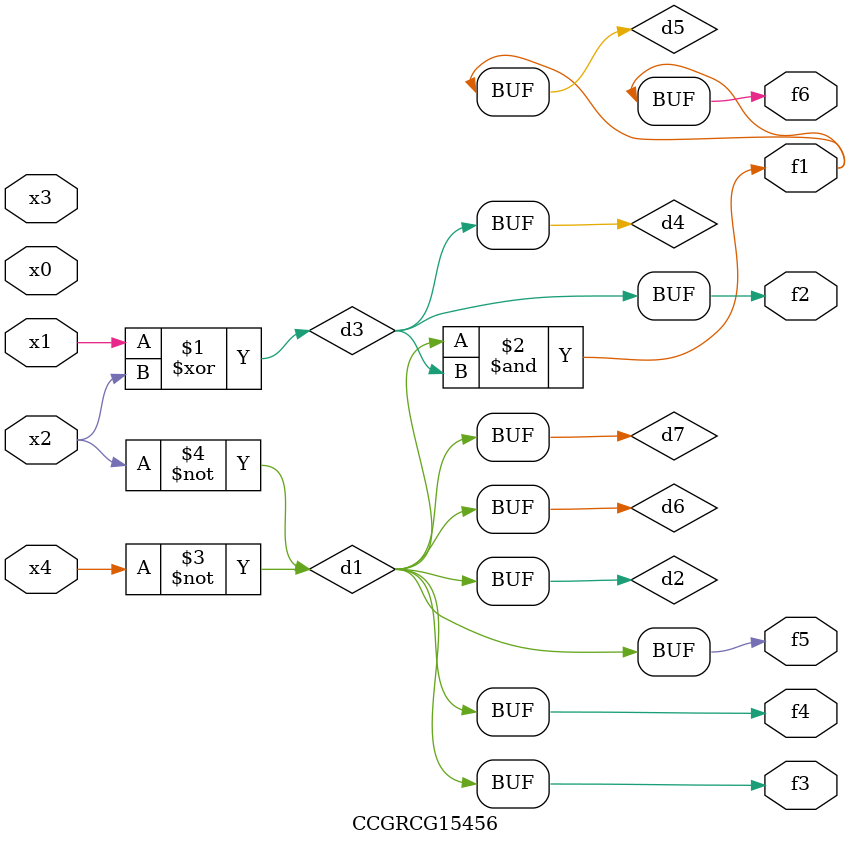
<source format=v>
module CCGRCG15456(
	input x0, x1, x2, x3, x4,
	output f1, f2, f3, f4, f5, f6
);

	wire d1, d2, d3, d4, d5, d6, d7;

	not (d1, x4);
	not (d2, x2);
	xor (d3, x1, x2);
	buf (d4, d3);
	and (d5, d1, d3);
	buf (d6, d1, d2);
	buf (d7, d2);
	assign f1 = d5;
	assign f2 = d4;
	assign f3 = d7;
	assign f4 = d7;
	assign f5 = d7;
	assign f6 = d5;
endmodule

</source>
